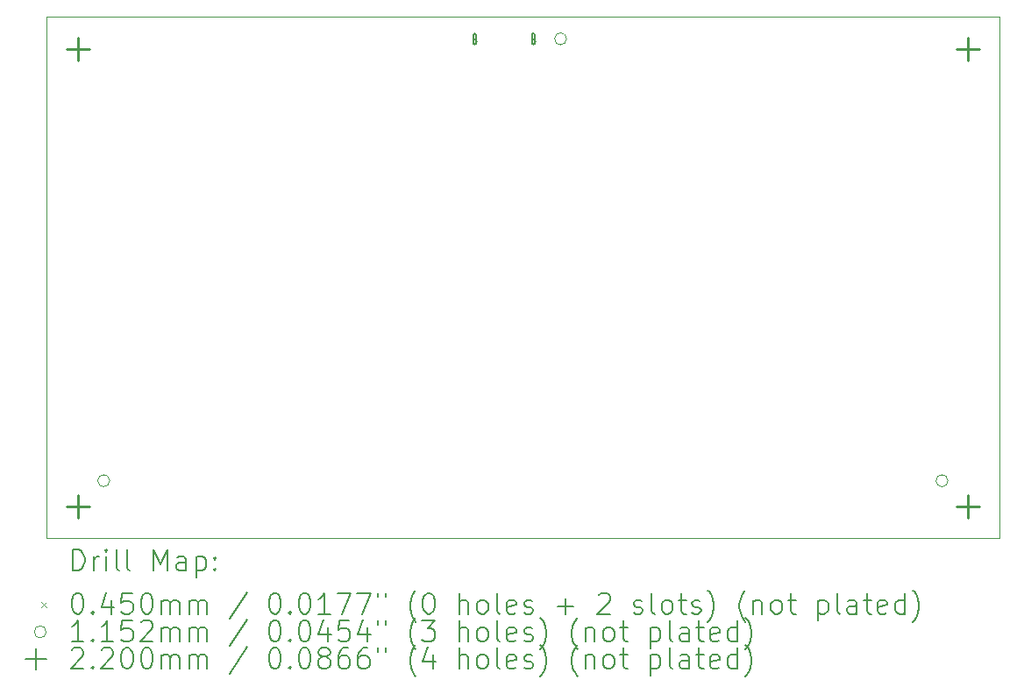
<source format=gbr>
%FSLAX45Y45*%
G04 Gerber Fmt 4.5, Leading zero omitted, Abs format (unit mm)*
G04 Created by KiCad (PCBNEW (6.0.0)) date 2023-11-18 00:08:48*
%MOMM*%
%LPD*%
G01*
G04 APERTURE LIST*
%TA.AperFunction,Profile*%
%ADD10C,0.100000*%
%TD*%
%ADD11C,0.200000*%
%ADD12C,0.045000*%
%ADD13C,0.115200*%
%ADD14C,0.220000*%
G04 APERTURE END LIST*
D10*
X12115800Y-5651500D02*
X21313140Y-5651500D01*
X21313140Y-5651500D02*
X21313140Y-10688320D01*
X21313140Y-10688320D02*
X12115800Y-10688320D01*
X12115800Y-10688320D02*
X12115800Y-5651500D01*
D11*
D12*
X16227860Y-5845220D02*
X16272860Y-5890220D01*
X16272860Y-5845220D02*
X16227860Y-5890220D01*
D11*
X16262860Y-5912720D02*
X16262860Y-5822720D01*
X16237860Y-5912720D02*
X16237860Y-5822720D01*
X16262860Y-5822720D02*
G75*
G03*
X16237860Y-5822720I-12500J0D01*
G01*
X16237860Y-5912720D02*
G75*
G03*
X16262860Y-5912720I12500J0D01*
G01*
D12*
X16792860Y-5845220D02*
X16837860Y-5890220D01*
X16837860Y-5845220D02*
X16792860Y-5890220D01*
D11*
X16827860Y-5912720D02*
X16827860Y-5822720D01*
X16802860Y-5912720D02*
X16802860Y-5822720D01*
X16827860Y-5822720D02*
G75*
G03*
X16802860Y-5822720I-12500J0D01*
G01*
X16802860Y-5912720D02*
G75*
G03*
X16827860Y-5912720I12500J0D01*
G01*
D13*
X12724580Y-10137140D02*
G75*
G03*
X12724580Y-10137140I-57600J0D01*
G01*
X17136560Y-5867400D02*
G75*
G03*
X17136560Y-5867400I-57600J0D01*
G01*
X20819560Y-10137140D02*
G75*
G03*
X20819560Y-10137140I-57600J0D01*
G01*
D14*
X12415520Y-5854174D02*
X12415520Y-6074174D01*
X12305520Y-5964174D02*
X12525520Y-5964174D01*
X12415520Y-10278346D02*
X12415520Y-10498346D01*
X12305520Y-10388346D02*
X12525520Y-10388346D01*
X21013166Y-5854174D02*
X21013166Y-6074174D01*
X20903166Y-5964174D02*
X21123166Y-5964174D01*
X21013166Y-10278346D02*
X21013166Y-10498346D01*
X20903166Y-10388346D02*
X21123166Y-10388346D01*
D11*
X12368419Y-11003796D02*
X12368419Y-10803796D01*
X12416038Y-10803796D01*
X12444609Y-10813320D01*
X12463657Y-10832368D01*
X12473181Y-10851415D01*
X12482705Y-10889510D01*
X12482705Y-10918082D01*
X12473181Y-10956177D01*
X12463657Y-10975225D01*
X12444609Y-10994272D01*
X12416038Y-11003796D01*
X12368419Y-11003796D01*
X12568419Y-11003796D02*
X12568419Y-10870463D01*
X12568419Y-10908558D02*
X12577943Y-10889510D01*
X12587467Y-10879987D01*
X12606514Y-10870463D01*
X12625562Y-10870463D01*
X12692228Y-11003796D02*
X12692228Y-10870463D01*
X12692228Y-10803796D02*
X12682705Y-10813320D01*
X12692228Y-10822844D01*
X12701752Y-10813320D01*
X12692228Y-10803796D01*
X12692228Y-10822844D01*
X12816038Y-11003796D02*
X12796990Y-10994272D01*
X12787467Y-10975225D01*
X12787467Y-10803796D01*
X12920800Y-11003796D02*
X12901752Y-10994272D01*
X12892228Y-10975225D01*
X12892228Y-10803796D01*
X13149371Y-11003796D02*
X13149371Y-10803796D01*
X13216038Y-10946653D01*
X13282705Y-10803796D01*
X13282705Y-11003796D01*
X13463657Y-11003796D02*
X13463657Y-10899034D01*
X13454133Y-10879987D01*
X13435086Y-10870463D01*
X13396990Y-10870463D01*
X13377943Y-10879987D01*
X13463657Y-10994272D02*
X13444609Y-11003796D01*
X13396990Y-11003796D01*
X13377943Y-10994272D01*
X13368419Y-10975225D01*
X13368419Y-10956177D01*
X13377943Y-10937130D01*
X13396990Y-10927606D01*
X13444609Y-10927606D01*
X13463657Y-10918082D01*
X13558895Y-10870463D02*
X13558895Y-11070463D01*
X13558895Y-10879987D02*
X13577943Y-10870463D01*
X13616038Y-10870463D01*
X13635086Y-10879987D01*
X13644609Y-10889510D01*
X13654133Y-10908558D01*
X13654133Y-10965701D01*
X13644609Y-10984749D01*
X13635086Y-10994272D01*
X13616038Y-11003796D01*
X13577943Y-11003796D01*
X13558895Y-10994272D01*
X13739848Y-10984749D02*
X13749371Y-10994272D01*
X13739848Y-11003796D01*
X13730324Y-10994272D01*
X13739848Y-10984749D01*
X13739848Y-11003796D01*
X13739848Y-10879987D02*
X13749371Y-10889510D01*
X13739848Y-10899034D01*
X13730324Y-10889510D01*
X13739848Y-10879987D01*
X13739848Y-10899034D01*
D12*
X12065800Y-11310820D02*
X12110800Y-11355820D01*
X12110800Y-11310820D02*
X12065800Y-11355820D01*
D11*
X12406514Y-11223796D02*
X12425562Y-11223796D01*
X12444609Y-11233320D01*
X12454133Y-11242844D01*
X12463657Y-11261891D01*
X12473181Y-11299987D01*
X12473181Y-11347606D01*
X12463657Y-11385701D01*
X12454133Y-11404748D01*
X12444609Y-11414272D01*
X12425562Y-11423796D01*
X12406514Y-11423796D01*
X12387467Y-11414272D01*
X12377943Y-11404748D01*
X12368419Y-11385701D01*
X12358895Y-11347606D01*
X12358895Y-11299987D01*
X12368419Y-11261891D01*
X12377943Y-11242844D01*
X12387467Y-11233320D01*
X12406514Y-11223796D01*
X12558895Y-11404748D02*
X12568419Y-11414272D01*
X12558895Y-11423796D01*
X12549371Y-11414272D01*
X12558895Y-11404748D01*
X12558895Y-11423796D01*
X12739848Y-11290463D02*
X12739848Y-11423796D01*
X12692228Y-11214272D02*
X12644609Y-11357129D01*
X12768419Y-11357129D01*
X12939848Y-11223796D02*
X12844609Y-11223796D01*
X12835086Y-11319034D01*
X12844609Y-11309510D01*
X12863657Y-11299987D01*
X12911276Y-11299987D01*
X12930324Y-11309510D01*
X12939848Y-11319034D01*
X12949371Y-11338082D01*
X12949371Y-11385701D01*
X12939848Y-11404748D01*
X12930324Y-11414272D01*
X12911276Y-11423796D01*
X12863657Y-11423796D01*
X12844609Y-11414272D01*
X12835086Y-11404748D01*
X13073181Y-11223796D02*
X13092228Y-11223796D01*
X13111276Y-11233320D01*
X13120800Y-11242844D01*
X13130324Y-11261891D01*
X13139848Y-11299987D01*
X13139848Y-11347606D01*
X13130324Y-11385701D01*
X13120800Y-11404748D01*
X13111276Y-11414272D01*
X13092228Y-11423796D01*
X13073181Y-11423796D01*
X13054133Y-11414272D01*
X13044609Y-11404748D01*
X13035086Y-11385701D01*
X13025562Y-11347606D01*
X13025562Y-11299987D01*
X13035086Y-11261891D01*
X13044609Y-11242844D01*
X13054133Y-11233320D01*
X13073181Y-11223796D01*
X13225562Y-11423796D02*
X13225562Y-11290463D01*
X13225562Y-11309510D02*
X13235086Y-11299987D01*
X13254133Y-11290463D01*
X13282705Y-11290463D01*
X13301752Y-11299987D01*
X13311276Y-11319034D01*
X13311276Y-11423796D01*
X13311276Y-11319034D02*
X13320800Y-11299987D01*
X13339848Y-11290463D01*
X13368419Y-11290463D01*
X13387467Y-11299987D01*
X13396990Y-11319034D01*
X13396990Y-11423796D01*
X13492228Y-11423796D02*
X13492228Y-11290463D01*
X13492228Y-11309510D02*
X13501752Y-11299987D01*
X13520800Y-11290463D01*
X13549371Y-11290463D01*
X13568419Y-11299987D01*
X13577943Y-11319034D01*
X13577943Y-11423796D01*
X13577943Y-11319034D02*
X13587467Y-11299987D01*
X13606514Y-11290463D01*
X13635086Y-11290463D01*
X13654133Y-11299987D01*
X13663657Y-11319034D01*
X13663657Y-11423796D01*
X14054133Y-11214272D02*
X13882705Y-11471415D01*
X14311276Y-11223796D02*
X14330324Y-11223796D01*
X14349371Y-11233320D01*
X14358895Y-11242844D01*
X14368419Y-11261891D01*
X14377943Y-11299987D01*
X14377943Y-11347606D01*
X14368419Y-11385701D01*
X14358895Y-11404748D01*
X14349371Y-11414272D01*
X14330324Y-11423796D01*
X14311276Y-11423796D01*
X14292228Y-11414272D01*
X14282705Y-11404748D01*
X14273181Y-11385701D01*
X14263657Y-11347606D01*
X14263657Y-11299987D01*
X14273181Y-11261891D01*
X14282705Y-11242844D01*
X14292228Y-11233320D01*
X14311276Y-11223796D01*
X14463657Y-11404748D02*
X14473181Y-11414272D01*
X14463657Y-11423796D01*
X14454133Y-11414272D01*
X14463657Y-11404748D01*
X14463657Y-11423796D01*
X14596990Y-11223796D02*
X14616038Y-11223796D01*
X14635086Y-11233320D01*
X14644609Y-11242844D01*
X14654133Y-11261891D01*
X14663657Y-11299987D01*
X14663657Y-11347606D01*
X14654133Y-11385701D01*
X14644609Y-11404748D01*
X14635086Y-11414272D01*
X14616038Y-11423796D01*
X14596990Y-11423796D01*
X14577943Y-11414272D01*
X14568419Y-11404748D01*
X14558895Y-11385701D01*
X14549371Y-11347606D01*
X14549371Y-11299987D01*
X14558895Y-11261891D01*
X14568419Y-11242844D01*
X14577943Y-11233320D01*
X14596990Y-11223796D01*
X14854133Y-11423796D02*
X14739848Y-11423796D01*
X14796990Y-11423796D02*
X14796990Y-11223796D01*
X14777943Y-11252368D01*
X14758895Y-11271415D01*
X14739848Y-11280939D01*
X14920800Y-11223796D02*
X15054133Y-11223796D01*
X14968419Y-11423796D01*
X15111276Y-11223796D02*
X15244609Y-11223796D01*
X15158895Y-11423796D01*
X15311276Y-11223796D02*
X15311276Y-11261891D01*
X15387467Y-11223796D02*
X15387467Y-11261891D01*
X15682705Y-11499987D02*
X15673181Y-11490463D01*
X15654133Y-11461891D01*
X15644609Y-11442844D01*
X15635086Y-11414272D01*
X15625562Y-11366653D01*
X15625562Y-11328558D01*
X15635086Y-11280939D01*
X15644609Y-11252368D01*
X15654133Y-11233320D01*
X15673181Y-11204748D01*
X15682705Y-11195225D01*
X15796990Y-11223796D02*
X15816038Y-11223796D01*
X15835086Y-11233320D01*
X15844609Y-11242844D01*
X15854133Y-11261891D01*
X15863657Y-11299987D01*
X15863657Y-11347606D01*
X15854133Y-11385701D01*
X15844609Y-11404748D01*
X15835086Y-11414272D01*
X15816038Y-11423796D01*
X15796990Y-11423796D01*
X15777943Y-11414272D01*
X15768419Y-11404748D01*
X15758895Y-11385701D01*
X15749371Y-11347606D01*
X15749371Y-11299987D01*
X15758895Y-11261891D01*
X15768419Y-11242844D01*
X15777943Y-11233320D01*
X15796990Y-11223796D01*
X16101752Y-11423796D02*
X16101752Y-11223796D01*
X16187467Y-11423796D02*
X16187467Y-11319034D01*
X16177943Y-11299987D01*
X16158895Y-11290463D01*
X16130324Y-11290463D01*
X16111276Y-11299987D01*
X16101752Y-11309510D01*
X16311276Y-11423796D02*
X16292228Y-11414272D01*
X16282705Y-11404748D01*
X16273181Y-11385701D01*
X16273181Y-11328558D01*
X16282705Y-11309510D01*
X16292228Y-11299987D01*
X16311276Y-11290463D01*
X16339848Y-11290463D01*
X16358895Y-11299987D01*
X16368419Y-11309510D01*
X16377943Y-11328558D01*
X16377943Y-11385701D01*
X16368419Y-11404748D01*
X16358895Y-11414272D01*
X16339848Y-11423796D01*
X16311276Y-11423796D01*
X16492228Y-11423796D02*
X16473181Y-11414272D01*
X16463657Y-11395225D01*
X16463657Y-11223796D01*
X16644609Y-11414272D02*
X16625562Y-11423796D01*
X16587467Y-11423796D01*
X16568419Y-11414272D01*
X16558895Y-11395225D01*
X16558895Y-11319034D01*
X16568419Y-11299987D01*
X16587467Y-11290463D01*
X16625562Y-11290463D01*
X16644609Y-11299987D01*
X16654133Y-11319034D01*
X16654133Y-11338082D01*
X16558895Y-11357129D01*
X16730324Y-11414272D02*
X16749371Y-11423796D01*
X16787467Y-11423796D01*
X16806514Y-11414272D01*
X16816038Y-11395225D01*
X16816038Y-11385701D01*
X16806514Y-11366653D01*
X16787467Y-11357129D01*
X16758895Y-11357129D01*
X16739848Y-11347606D01*
X16730324Y-11328558D01*
X16730324Y-11319034D01*
X16739848Y-11299987D01*
X16758895Y-11290463D01*
X16787467Y-11290463D01*
X16806514Y-11299987D01*
X17054133Y-11347606D02*
X17206514Y-11347606D01*
X17130324Y-11423796D02*
X17130324Y-11271415D01*
X17444610Y-11242844D02*
X17454133Y-11233320D01*
X17473181Y-11223796D01*
X17520800Y-11223796D01*
X17539848Y-11233320D01*
X17549371Y-11242844D01*
X17558895Y-11261891D01*
X17558895Y-11280939D01*
X17549371Y-11309510D01*
X17435086Y-11423796D01*
X17558895Y-11423796D01*
X17787467Y-11414272D02*
X17806514Y-11423796D01*
X17844610Y-11423796D01*
X17863657Y-11414272D01*
X17873181Y-11395225D01*
X17873181Y-11385701D01*
X17863657Y-11366653D01*
X17844610Y-11357129D01*
X17816038Y-11357129D01*
X17796990Y-11347606D01*
X17787467Y-11328558D01*
X17787467Y-11319034D01*
X17796990Y-11299987D01*
X17816038Y-11290463D01*
X17844610Y-11290463D01*
X17863657Y-11299987D01*
X17987467Y-11423796D02*
X17968419Y-11414272D01*
X17958895Y-11395225D01*
X17958895Y-11223796D01*
X18092229Y-11423796D02*
X18073181Y-11414272D01*
X18063657Y-11404748D01*
X18054133Y-11385701D01*
X18054133Y-11328558D01*
X18063657Y-11309510D01*
X18073181Y-11299987D01*
X18092229Y-11290463D01*
X18120800Y-11290463D01*
X18139848Y-11299987D01*
X18149371Y-11309510D01*
X18158895Y-11328558D01*
X18158895Y-11385701D01*
X18149371Y-11404748D01*
X18139848Y-11414272D01*
X18120800Y-11423796D01*
X18092229Y-11423796D01*
X18216038Y-11290463D02*
X18292229Y-11290463D01*
X18244610Y-11223796D02*
X18244610Y-11395225D01*
X18254133Y-11414272D01*
X18273181Y-11423796D01*
X18292229Y-11423796D01*
X18349371Y-11414272D02*
X18368419Y-11423796D01*
X18406514Y-11423796D01*
X18425562Y-11414272D01*
X18435086Y-11395225D01*
X18435086Y-11385701D01*
X18425562Y-11366653D01*
X18406514Y-11357129D01*
X18377943Y-11357129D01*
X18358895Y-11347606D01*
X18349371Y-11328558D01*
X18349371Y-11319034D01*
X18358895Y-11299987D01*
X18377943Y-11290463D01*
X18406514Y-11290463D01*
X18425562Y-11299987D01*
X18501752Y-11499987D02*
X18511276Y-11490463D01*
X18530324Y-11461891D01*
X18539848Y-11442844D01*
X18549371Y-11414272D01*
X18558895Y-11366653D01*
X18558895Y-11328558D01*
X18549371Y-11280939D01*
X18539848Y-11252368D01*
X18530324Y-11233320D01*
X18511276Y-11204748D01*
X18501752Y-11195225D01*
X18863657Y-11499987D02*
X18854133Y-11490463D01*
X18835086Y-11461891D01*
X18825562Y-11442844D01*
X18816038Y-11414272D01*
X18806514Y-11366653D01*
X18806514Y-11328558D01*
X18816038Y-11280939D01*
X18825562Y-11252368D01*
X18835086Y-11233320D01*
X18854133Y-11204748D01*
X18863657Y-11195225D01*
X18939848Y-11290463D02*
X18939848Y-11423796D01*
X18939848Y-11309510D02*
X18949371Y-11299987D01*
X18968419Y-11290463D01*
X18996990Y-11290463D01*
X19016038Y-11299987D01*
X19025562Y-11319034D01*
X19025562Y-11423796D01*
X19149371Y-11423796D02*
X19130324Y-11414272D01*
X19120800Y-11404748D01*
X19111276Y-11385701D01*
X19111276Y-11328558D01*
X19120800Y-11309510D01*
X19130324Y-11299987D01*
X19149371Y-11290463D01*
X19177943Y-11290463D01*
X19196990Y-11299987D01*
X19206514Y-11309510D01*
X19216038Y-11328558D01*
X19216038Y-11385701D01*
X19206514Y-11404748D01*
X19196990Y-11414272D01*
X19177943Y-11423796D01*
X19149371Y-11423796D01*
X19273181Y-11290463D02*
X19349371Y-11290463D01*
X19301752Y-11223796D02*
X19301752Y-11395225D01*
X19311276Y-11414272D01*
X19330324Y-11423796D01*
X19349371Y-11423796D01*
X19568419Y-11290463D02*
X19568419Y-11490463D01*
X19568419Y-11299987D02*
X19587467Y-11290463D01*
X19625562Y-11290463D01*
X19644610Y-11299987D01*
X19654133Y-11309510D01*
X19663657Y-11328558D01*
X19663657Y-11385701D01*
X19654133Y-11404748D01*
X19644610Y-11414272D01*
X19625562Y-11423796D01*
X19587467Y-11423796D01*
X19568419Y-11414272D01*
X19777943Y-11423796D02*
X19758895Y-11414272D01*
X19749371Y-11395225D01*
X19749371Y-11223796D01*
X19939848Y-11423796D02*
X19939848Y-11319034D01*
X19930324Y-11299987D01*
X19911276Y-11290463D01*
X19873181Y-11290463D01*
X19854133Y-11299987D01*
X19939848Y-11414272D02*
X19920800Y-11423796D01*
X19873181Y-11423796D01*
X19854133Y-11414272D01*
X19844610Y-11395225D01*
X19844610Y-11376177D01*
X19854133Y-11357129D01*
X19873181Y-11347606D01*
X19920800Y-11347606D01*
X19939848Y-11338082D01*
X20006514Y-11290463D02*
X20082705Y-11290463D01*
X20035086Y-11223796D02*
X20035086Y-11395225D01*
X20044610Y-11414272D01*
X20063657Y-11423796D01*
X20082705Y-11423796D01*
X20225562Y-11414272D02*
X20206514Y-11423796D01*
X20168419Y-11423796D01*
X20149371Y-11414272D01*
X20139848Y-11395225D01*
X20139848Y-11319034D01*
X20149371Y-11299987D01*
X20168419Y-11290463D01*
X20206514Y-11290463D01*
X20225562Y-11299987D01*
X20235086Y-11319034D01*
X20235086Y-11338082D01*
X20139848Y-11357129D01*
X20406514Y-11423796D02*
X20406514Y-11223796D01*
X20406514Y-11414272D02*
X20387467Y-11423796D01*
X20349371Y-11423796D01*
X20330324Y-11414272D01*
X20320800Y-11404748D01*
X20311276Y-11385701D01*
X20311276Y-11328558D01*
X20320800Y-11309510D01*
X20330324Y-11299987D01*
X20349371Y-11290463D01*
X20387467Y-11290463D01*
X20406514Y-11299987D01*
X20482705Y-11499987D02*
X20492229Y-11490463D01*
X20511276Y-11461891D01*
X20520800Y-11442844D01*
X20530324Y-11414272D01*
X20539848Y-11366653D01*
X20539848Y-11328558D01*
X20530324Y-11280939D01*
X20520800Y-11252368D01*
X20511276Y-11233320D01*
X20492229Y-11204748D01*
X20482705Y-11195225D01*
D13*
X12110800Y-11597320D02*
G75*
G03*
X12110800Y-11597320I-57600J0D01*
G01*
D11*
X12473181Y-11687796D02*
X12358895Y-11687796D01*
X12416038Y-11687796D02*
X12416038Y-11487796D01*
X12396990Y-11516368D01*
X12377943Y-11535415D01*
X12358895Y-11544939D01*
X12558895Y-11668748D02*
X12568419Y-11678272D01*
X12558895Y-11687796D01*
X12549371Y-11678272D01*
X12558895Y-11668748D01*
X12558895Y-11687796D01*
X12758895Y-11687796D02*
X12644609Y-11687796D01*
X12701752Y-11687796D02*
X12701752Y-11487796D01*
X12682705Y-11516368D01*
X12663657Y-11535415D01*
X12644609Y-11544939D01*
X12939848Y-11487796D02*
X12844609Y-11487796D01*
X12835086Y-11583034D01*
X12844609Y-11573510D01*
X12863657Y-11563987D01*
X12911276Y-11563987D01*
X12930324Y-11573510D01*
X12939848Y-11583034D01*
X12949371Y-11602082D01*
X12949371Y-11649701D01*
X12939848Y-11668748D01*
X12930324Y-11678272D01*
X12911276Y-11687796D01*
X12863657Y-11687796D01*
X12844609Y-11678272D01*
X12835086Y-11668748D01*
X13025562Y-11506844D02*
X13035086Y-11497320D01*
X13054133Y-11487796D01*
X13101752Y-11487796D01*
X13120800Y-11497320D01*
X13130324Y-11506844D01*
X13139848Y-11525891D01*
X13139848Y-11544939D01*
X13130324Y-11573510D01*
X13016038Y-11687796D01*
X13139848Y-11687796D01*
X13225562Y-11687796D02*
X13225562Y-11554463D01*
X13225562Y-11573510D02*
X13235086Y-11563987D01*
X13254133Y-11554463D01*
X13282705Y-11554463D01*
X13301752Y-11563987D01*
X13311276Y-11583034D01*
X13311276Y-11687796D01*
X13311276Y-11583034D02*
X13320800Y-11563987D01*
X13339848Y-11554463D01*
X13368419Y-11554463D01*
X13387467Y-11563987D01*
X13396990Y-11583034D01*
X13396990Y-11687796D01*
X13492228Y-11687796D02*
X13492228Y-11554463D01*
X13492228Y-11573510D02*
X13501752Y-11563987D01*
X13520800Y-11554463D01*
X13549371Y-11554463D01*
X13568419Y-11563987D01*
X13577943Y-11583034D01*
X13577943Y-11687796D01*
X13577943Y-11583034D02*
X13587467Y-11563987D01*
X13606514Y-11554463D01*
X13635086Y-11554463D01*
X13654133Y-11563987D01*
X13663657Y-11583034D01*
X13663657Y-11687796D01*
X14054133Y-11478272D02*
X13882705Y-11735415D01*
X14311276Y-11487796D02*
X14330324Y-11487796D01*
X14349371Y-11497320D01*
X14358895Y-11506844D01*
X14368419Y-11525891D01*
X14377943Y-11563987D01*
X14377943Y-11611606D01*
X14368419Y-11649701D01*
X14358895Y-11668748D01*
X14349371Y-11678272D01*
X14330324Y-11687796D01*
X14311276Y-11687796D01*
X14292228Y-11678272D01*
X14282705Y-11668748D01*
X14273181Y-11649701D01*
X14263657Y-11611606D01*
X14263657Y-11563987D01*
X14273181Y-11525891D01*
X14282705Y-11506844D01*
X14292228Y-11497320D01*
X14311276Y-11487796D01*
X14463657Y-11668748D02*
X14473181Y-11678272D01*
X14463657Y-11687796D01*
X14454133Y-11678272D01*
X14463657Y-11668748D01*
X14463657Y-11687796D01*
X14596990Y-11487796D02*
X14616038Y-11487796D01*
X14635086Y-11497320D01*
X14644609Y-11506844D01*
X14654133Y-11525891D01*
X14663657Y-11563987D01*
X14663657Y-11611606D01*
X14654133Y-11649701D01*
X14644609Y-11668748D01*
X14635086Y-11678272D01*
X14616038Y-11687796D01*
X14596990Y-11687796D01*
X14577943Y-11678272D01*
X14568419Y-11668748D01*
X14558895Y-11649701D01*
X14549371Y-11611606D01*
X14549371Y-11563987D01*
X14558895Y-11525891D01*
X14568419Y-11506844D01*
X14577943Y-11497320D01*
X14596990Y-11487796D01*
X14835086Y-11554463D02*
X14835086Y-11687796D01*
X14787467Y-11478272D02*
X14739848Y-11621129D01*
X14863657Y-11621129D01*
X15035086Y-11487796D02*
X14939848Y-11487796D01*
X14930324Y-11583034D01*
X14939848Y-11573510D01*
X14958895Y-11563987D01*
X15006514Y-11563987D01*
X15025562Y-11573510D01*
X15035086Y-11583034D01*
X15044609Y-11602082D01*
X15044609Y-11649701D01*
X15035086Y-11668748D01*
X15025562Y-11678272D01*
X15006514Y-11687796D01*
X14958895Y-11687796D01*
X14939848Y-11678272D01*
X14930324Y-11668748D01*
X15216038Y-11554463D02*
X15216038Y-11687796D01*
X15168419Y-11478272D02*
X15120800Y-11621129D01*
X15244609Y-11621129D01*
X15311276Y-11487796D02*
X15311276Y-11525891D01*
X15387467Y-11487796D02*
X15387467Y-11525891D01*
X15682705Y-11763987D02*
X15673181Y-11754463D01*
X15654133Y-11725891D01*
X15644609Y-11706844D01*
X15635086Y-11678272D01*
X15625562Y-11630653D01*
X15625562Y-11592558D01*
X15635086Y-11544939D01*
X15644609Y-11516368D01*
X15654133Y-11497320D01*
X15673181Y-11468748D01*
X15682705Y-11459225D01*
X15739848Y-11487796D02*
X15863657Y-11487796D01*
X15796990Y-11563987D01*
X15825562Y-11563987D01*
X15844609Y-11573510D01*
X15854133Y-11583034D01*
X15863657Y-11602082D01*
X15863657Y-11649701D01*
X15854133Y-11668748D01*
X15844609Y-11678272D01*
X15825562Y-11687796D01*
X15768419Y-11687796D01*
X15749371Y-11678272D01*
X15739848Y-11668748D01*
X16101752Y-11687796D02*
X16101752Y-11487796D01*
X16187467Y-11687796D02*
X16187467Y-11583034D01*
X16177943Y-11563987D01*
X16158895Y-11554463D01*
X16130324Y-11554463D01*
X16111276Y-11563987D01*
X16101752Y-11573510D01*
X16311276Y-11687796D02*
X16292228Y-11678272D01*
X16282705Y-11668748D01*
X16273181Y-11649701D01*
X16273181Y-11592558D01*
X16282705Y-11573510D01*
X16292228Y-11563987D01*
X16311276Y-11554463D01*
X16339848Y-11554463D01*
X16358895Y-11563987D01*
X16368419Y-11573510D01*
X16377943Y-11592558D01*
X16377943Y-11649701D01*
X16368419Y-11668748D01*
X16358895Y-11678272D01*
X16339848Y-11687796D01*
X16311276Y-11687796D01*
X16492228Y-11687796D02*
X16473181Y-11678272D01*
X16463657Y-11659225D01*
X16463657Y-11487796D01*
X16644609Y-11678272D02*
X16625562Y-11687796D01*
X16587467Y-11687796D01*
X16568419Y-11678272D01*
X16558895Y-11659225D01*
X16558895Y-11583034D01*
X16568419Y-11563987D01*
X16587467Y-11554463D01*
X16625562Y-11554463D01*
X16644609Y-11563987D01*
X16654133Y-11583034D01*
X16654133Y-11602082D01*
X16558895Y-11621129D01*
X16730324Y-11678272D02*
X16749371Y-11687796D01*
X16787467Y-11687796D01*
X16806514Y-11678272D01*
X16816038Y-11659225D01*
X16816038Y-11649701D01*
X16806514Y-11630653D01*
X16787467Y-11621129D01*
X16758895Y-11621129D01*
X16739848Y-11611606D01*
X16730324Y-11592558D01*
X16730324Y-11583034D01*
X16739848Y-11563987D01*
X16758895Y-11554463D01*
X16787467Y-11554463D01*
X16806514Y-11563987D01*
X16882705Y-11763987D02*
X16892229Y-11754463D01*
X16911276Y-11725891D01*
X16920800Y-11706844D01*
X16930324Y-11678272D01*
X16939848Y-11630653D01*
X16939848Y-11592558D01*
X16930324Y-11544939D01*
X16920800Y-11516368D01*
X16911276Y-11497320D01*
X16892229Y-11468748D01*
X16882705Y-11459225D01*
X17244610Y-11763987D02*
X17235086Y-11754463D01*
X17216038Y-11725891D01*
X17206514Y-11706844D01*
X17196990Y-11678272D01*
X17187467Y-11630653D01*
X17187467Y-11592558D01*
X17196990Y-11544939D01*
X17206514Y-11516368D01*
X17216038Y-11497320D01*
X17235086Y-11468748D01*
X17244610Y-11459225D01*
X17320800Y-11554463D02*
X17320800Y-11687796D01*
X17320800Y-11573510D02*
X17330324Y-11563987D01*
X17349371Y-11554463D01*
X17377943Y-11554463D01*
X17396990Y-11563987D01*
X17406514Y-11583034D01*
X17406514Y-11687796D01*
X17530324Y-11687796D02*
X17511276Y-11678272D01*
X17501752Y-11668748D01*
X17492229Y-11649701D01*
X17492229Y-11592558D01*
X17501752Y-11573510D01*
X17511276Y-11563987D01*
X17530324Y-11554463D01*
X17558895Y-11554463D01*
X17577943Y-11563987D01*
X17587467Y-11573510D01*
X17596990Y-11592558D01*
X17596990Y-11649701D01*
X17587467Y-11668748D01*
X17577943Y-11678272D01*
X17558895Y-11687796D01*
X17530324Y-11687796D01*
X17654133Y-11554463D02*
X17730324Y-11554463D01*
X17682705Y-11487796D02*
X17682705Y-11659225D01*
X17692229Y-11678272D01*
X17711276Y-11687796D01*
X17730324Y-11687796D01*
X17949371Y-11554463D02*
X17949371Y-11754463D01*
X17949371Y-11563987D02*
X17968419Y-11554463D01*
X18006514Y-11554463D01*
X18025562Y-11563987D01*
X18035086Y-11573510D01*
X18044610Y-11592558D01*
X18044610Y-11649701D01*
X18035086Y-11668748D01*
X18025562Y-11678272D01*
X18006514Y-11687796D01*
X17968419Y-11687796D01*
X17949371Y-11678272D01*
X18158895Y-11687796D02*
X18139848Y-11678272D01*
X18130324Y-11659225D01*
X18130324Y-11487796D01*
X18320800Y-11687796D02*
X18320800Y-11583034D01*
X18311276Y-11563987D01*
X18292229Y-11554463D01*
X18254133Y-11554463D01*
X18235086Y-11563987D01*
X18320800Y-11678272D02*
X18301752Y-11687796D01*
X18254133Y-11687796D01*
X18235086Y-11678272D01*
X18225562Y-11659225D01*
X18225562Y-11640177D01*
X18235086Y-11621129D01*
X18254133Y-11611606D01*
X18301752Y-11611606D01*
X18320800Y-11602082D01*
X18387467Y-11554463D02*
X18463657Y-11554463D01*
X18416038Y-11487796D02*
X18416038Y-11659225D01*
X18425562Y-11678272D01*
X18444610Y-11687796D01*
X18463657Y-11687796D01*
X18606514Y-11678272D02*
X18587467Y-11687796D01*
X18549371Y-11687796D01*
X18530324Y-11678272D01*
X18520800Y-11659225D01*
X18520800Y-11583034D01*
X18530324Y-11563987D01*
X18549371Y-11554463D01*
X18587467Y-11554463D01*
X18606514Y-11563987D01*
X18616038Y-11583034D01*
X18616038Y-11602082D01*
X18520800Y-11621129D01*
X18787467Y-11687796D02*
X18787467Y-11487796D01*
X18787467Y-11678272D02*
X18768419Y-11687796D01*
X18730324Y-11687796D01*
X18711276Y-11678272D01*
X18701752Y-11668748D01*
X18692229Y-11649701D01*
X18692229Y-11592558D01*
X18701752Y-11573510D01*
X18711276Y-11563987D01*
X18730324Y-11554463D01*
X18768419Y-11554463D01*
X18787467Y-11563987D01*
X18863657Y-11763987D02*
X18873181Y-11754463D01*
X18892229Y-11725891D01*
X18901752Y-11706844D01*
X18911276Y-11678272D01*
X18920800Y-11630653D01*
X18920800Y-11592558D01*
X18911276Y-11544939D01*
X18901752Y-11516368D01*
X18892229Y-11497320D01*
X18873181Y-11468748D01*
X18863657Y-11459225D01*
X12010800Y-11761320D02*
X12010800Y-11961320D01*
X11910800Y-11861320D02*
X12110800Y-11861320D01*
X12358895Y-11770844D02*
X12368419Y-11761320D01*
X12387467Y-11751796D01*
X12435086Y-11751796D01*
X12454133Y-11761320D01*
X12463657Y-11770844D01*
X12473181Y-11789891D01*
X12473181Y-11808939D01*
X12463657Y-11837510D01*
X12349371Y-11951796D01*
X12473181Y-11951796D01*
X12558895Y-11932748D02*
X12568419Y-11942272D01*
X12558895Y-11951796D01*
X12549371Y-11942272D01*
X12558895Y-11932748D01*
X12558895Y-11951796D01*
X12644609Y-11770844D02*
X12654133Y-11761320D01*
X12673181Y-11751796D01*
X12720800Y-11751796D01*
X12739848Y-11761320D01*
X12749371Y-11770844D01*
X12758895Y-11789891D01*
X12758895Y-11808939D01*
X12749371Y-11837510D01*
X12635086Y-11951796D01*
X12758895Y-11951796D01*
X12882705Y-11751796D02*
X12901752Y-11751796D01*
X12920800Y-11761320D01*
X12930324Y-11770844D01*
X12939848Y-11789891D01*
X12949371Y-11827987D01*
X12949371Y-11875606D01*
X12939848Y-11913701D01*
X12930324Y-11932748D01*
X12920800Y-11942272D01*
X12901752Y-11951796D01*
X12882705Y-11951796D01*
X12863657Y-11942272D01*
X12854133Y-11932748D01*
X12844609Y-11913701D01*
X12835086Y-11875606D01*
X12835086Y-11827987D01*
X12844609Y-11789891D01*
X12854133Y-11770844D01*
X12863657Y-11761320D01*
X12882705Y-11751796D01*
X13073181Y-11751796D02*
X13092228Y-11751796D01*
X13111276Y-11761320D01*
X13120800Y-11770844D01*
X13130324Y-11789891D01*
X13139848Y-11827987D01*
X13139848Y-11875606D01*
X13130324Y-11913701D01*
X13120800Y-11932748D01*
X13111276Y-11942272D01*
X13092228Y-11951796D01*
X13073181Y-11951796D01*
X13054133Y-11942272D01*
X13044609Y-11932748D01*
X13035086Y-11913701D01*
X13025562Y-11875606D01*
X13025562Y-11827987D01*
X13035086Y-11789891D01*
X13044609Y-11770844D01*
X13054133Y-11761320D01*
X13073181Y-11751796D01*
X13225562Y-11951796D02*
X13225562Y-11818463D01*
X13225562Y-11837510D02*
X13235086Y-11827987D01*
X13254133Y-11818463D01*
X13282705Y-11818463D01*
X13301752Y-11827987D01*
X13311276Y-11847034D01*
X13311276Y-11951796D01*
X13311276Y-11847034D02*
X13320800Y-11827987D01*
X13339848Y-11818463D01*
X13368419Y-11818463D01*
X13387467Y-11827987D01*
X13396990Y-11847034D01*
X13396990Y-11951796D01*
X13492228Y-11951796D02*
X13492228Y-11818463D01*
X13492228Y-11837510D02*
X13501752Y-11827987D01*
X13520800Y-11818463D01*
X13549371Y-11818463D01*
X13568419Y-11827987D01*
X13577943Y-11847034D01*
X13577943Y-11951796D01*
X13577943Y-11847034D02*
X13587467Y-11827987D01*
X13606514Y-11818463D01*
X13635086Y-11818463D01*
X13654133Y-11827987D01*
X13663657Y-11847034D01*
X13663657Y-11951796D01*
X14054133Y-11742272D02*
X13882705Y-11999415D01*
X14311276Y-11751796D02*
X14330324Y-11751796D01*
X14349371Y-11761320D01*
X14358895Y-11770844D01*
X14368419Y-11789891D01*
X14377943Y-11827987D01*
X14377943Y-11875606D01*
X14368419Y-11913701D01*
X14358895Y-11932748D01*
X14349371Y-11942272D01*
X14330324Y-11951796D01*
X14311276Y-11951796D01*
X14292228Y-11942272D01*
X14282705Y-11932748D01*
X14273181Y-11913701D01*
X14263657Y-11875606D01*
X14263657Y-11827987D01*
X14273181Y-11789891D01*
X14282705Y-11770844D01*
X14292228Y-11761320D01*
X14311276Y-11751796D01*
X14463657Y-11932748D02*
X14473181Y-11942272D01*
X14463657Y-11951796D01*
X14454133Y-11942272D01*
X14463657Y-11932748D01*
X14463657Y-11951796D01*
X14596990Y-11751796D02*
X14616038Y-11751796D01*
X14635086Y-11761320D01*
X14644609Y-11770844D01*
X14654133Y-11789891D01*
X14663657Y-11827987D01*
X14663657Y-11875606D01*
X14654133Y-11913701D01*
X14644609Y-11932748D01*
X14635086Y-11942272D01*
X14616038Y-11951796D01*
X14596990Y-11951796D01*
X14577943Y-11942272D01*
X14568419Y-11932748D01*
X14558895Y-11913701D01*
X14549371Y-11875606D01*
X14549371Y-11827987D01*
X14558895Y-11789891D01*
X14568419Y-11770844D01*
X14577943Y-11761320D01*
X14596990Y-11751796D01*
X14777943Y-11837510D02*
X14758895Y-11827987D01*
X14749371Y-11818463D01*
X14739848Y-11799415D01*
X14739848Y-11789891D01*
X14749371Y-11770844D01*
X14758895Y-11761320D01*
X14777943Y-11751796D01*
X14816038Y-11751796D01*
X14835086Y-11761320D01*
X14844609Y-11770844D01*
X14854133Y-11789891D01*
X14854133Y-11799415D01*
X14844609Y-11818463D01*
X14835086Y-11827987D01*
X14816038Y-11837510D01*
X14777943Y-11837510D01*
X14758895Y-11847034D01*
X14749371Y-11856558D01*
X14739848Y-11875606D01*
X14739848Y-11913701D01*
X14749371Y-11932748D01*
X14758895Y-11942272D01*
X14777943Y-11951796D01*
X14816038Y-11951796D01*
X14835086Y-11942272D01*
X14844609Y-11932748D01*
X14854133Y-11913701D01*
X14854133Y-11875606D01*
X14844609Y-11856558D01*
X14835086Y-11847034D01*
X14816038Y-11837510D01*
X15025562Y-11751796D02*
X14987467Y-11751796D01*
X14968419Y-11761320D01*
X14958895Y-11770844D01*
X14939848Y-11799415D01*
X14930324Y-11837510D01*
X14930324Y-11913701D01*
X14939848Y-11932748D01*
X14949371Y-11942272D01*
X14968419Y-11951796D01*
X15006514Y-11951796D01*
X15025562Y-11942272D01*
X15035086Y-11932748D01*
X15044609Y-11913701D01*
X15044609Y-11866082D01*
X15035086Y-11847034D01*
X15025562Y-11837510D01*
X15006514Y-11827987D01*
X14968419Y-11827987D01*
X14949371Y-11837510D01*
X14939848Y-11847034D01*
X14930324Y-11866082D01*
X15216038Y-11751796D02*
X15177943Y-11751796D01*
X15158895Y-11761320D01*
X15149371Y-11770844D01*
X15130324Y-11799415D01*
X15120800Y-11837510D01*
X15120800Y-11913701D01*
X15130324Y-11932748D01*
X15139848Y-11942272D01*
X15158895Y-11951796D01*
X15196990Y-11951796D01*
X15216038Y-11942272D01*
X15225562Y-11932748D01*
X15235086Y-11913701D01*
X15235086Y-11866082D01*
X15225562Y-11847034D01*
X15216038Y-11837510D01*
X15196990Y-11827987D01*
X15158895Y-11827987D01*
X15139848Y-11837510D01*
X15130324Y-11847034D01*
X15120800Y-11866082D01*
X15311276Y-11751796D02*
X15311276Y-11789891D01*
X15387467Y-11751796D02*
X15387467Y-11789891D01*
X15682705Y-12027987D02*
X15673181Y-12018463D01*
X15654133Y-11989891D01*
X15644609Y-11970844D01*
X15635086Y-11942272D01*
X15625562Y-11894653D01*
X15625562Y-11856558D01*
X15635086Y-11808939D01*
X15644609Y-11780368D01*
X15654133Y-11761320D01*
X15673181Y-11732748D01*
X15682705Y-11723225D01*
X15844609Y-11818463D02*
X15844609Y-11951796D01*
X15796990Y-11742272D02*
X15749371Y-11885129D01*
X15873181Y-11885129D01*
X16101752Y-11951796D02*
X16101752Y-11751796D01*
X16187467Y-11951796D02*
X16187467Y-11847034D01*
X16177943Y-11827987D01*
X16158895Y-11818463D01*
X16130324Y-11818463D01*
X16111276Y-11827987D01*
X16101752Y-11837510D01*
X16311276Y-11951796D02*
X16292228Y-11942272D01*
X16282705Y-11932748D01*
X16273181Y-11913701D01*
X16273181Y-11856558D01*
X16282705Y-11837510D01*
X16292228Y-11827987D01*
X16311276Y-11818463D01*
X16339848Y-11818463D01*
X16358895Y-11827987D01*
X16368419Y-11837510D01*
X16377943Y-11856558D01*
X16377943Y-11913701D01*
X16368419Y-11932748D01*
X16358895Y-11942272D01*
X16339848Y-11951796D01*
X16311276Y-11951796D01*
X16492228Y-11951796D02*
X16473181Y-11942272D01*
X16463657Y-11923225D01*
X16463657Y-11751796D01*
X16644609Y-11942272D02*
X16625562Y-11951796D01*
X16587467Y-11951796D01*
X16568419Y-11942272D01*
X16558895Y-11923225D01*
X16558895Y-11847034D01*
X16568419Y-11827987D01*
X16587467Y-11818463D01*
X16625562Y-11818463D01*
X16644609Y-11827987D01*
X16654133Y-11847034D01*
X16654133Y-11866082D01*
X16558895Y-11885129D01*
X16730324Y-11942272D02*
X16749371Y-11951796D01*
X16787467Y-11951796D01*
X16806514Y-11942272D01*
X16816038Y-11923225D01*
X16816038Y-11913701D01*
X16806514Y-11894653D01*
X16787467Y-11885129D01*
X16758895Y-11885129D01*
X16739848Y-11875606D01*
X16730324Y-11856558D01*
X16730324Y-11847034D01*
X16739848Y-11827987D01*
X16758895Y-11818463D01*
X16787467Y-11818463D01*
X16806514Y-11827987D01*
X16882705Y-12027987D02*
X16892229Y-12018463D01*
X16911276Y-11989891D01*
X16920800Y-11970844D01*
X16930324Y-11942272D01*
X16939848Y-11894653D01*
X16939848Y-11856558D01*
X16930324Y-11808939D01*
X16920800Y-11780368D01*
X16911276Y-11761320D01*
X16892229Y-11732748D01*
X16882705Y-11723225D01*
X17244610Y-12027987D02*
X17235086Y-12018463D01*
X17216038Y-11989891D01*
X17206514Y-11970844D01*
X17196990Y-11942272D01*
X17187467Y-11894653D01*
X17187467Y-11856558D01*
X17196990Y-11808939D01*
X17206514Y-11780368D01*
X17216038Y-11761320D01*
X17235086Y-11732748D01*
X17244610Y-11723225D01*
X17320800Y-11818463D02*
X17320800Y-11951796D01*
X17320800Y-11837510D02*
X17330324Y-11827987D01*
X17349371Y-11818463D01*
X17377943Y-11818463D01*
X17396990Y-11827987D01*
X17406514Y-11847034D01*
X17406514Y-11951796D01*
X17530324Y-11951796D02*
X17511276Y-11942272D01*
X17501752Y-11932748D01*
X17492229Y-11913701D01*
X17492229Y-11856558D01*
X17501752Y-11837510D01*
X17511276Y-11827987D01*
X17530324Y-11818463D01*
X17558895Y-11818463D01*
X17577943Y-11827987D01*
X17587467Y-11837510D01*
X17596990Y-11856558D01*
X17596990Y-11913701D01*
X17587467Y-11932748D01*
X17577943Y-11942272D01*
X17558895Y-11951796D01*
X17530324Y-11951796D01*
X17654133Y-11818463D02*
X17730324Y-11818463D01*
X17682705Y-11751796D02*
X17682705Y-11923225D01*
X17692229Y-11942272D01*
X17711276Y-11951796D01*
X17730324Y-11951796D01*
X17949371Y-11818463D02*
X17949371Y-12018463D01*
X17949371Y-11827987D02*
X17968419Y-11818463D01*
X18006514Y-11818463D01*
X18025562Y-11827987D01*
X18035086Y-11837510D01*
X18044610Y-11856558D01*
X18044610Y-11913701D01*
X18035086Y-11932748D01*
X18025562Y-11942272D01*
X18006514Y-11951796D01*
X17968419Y-11951796D01*
X17949371Y-11942272D01*
X18158895Y-11951796D02*
X18139848Y-11942272D01*
X18130324Y-11923225D01*
X18130324Y-11751796D01*
X18320800Y-11951796D02*
X18320800Y-11847034D01*
X18311276Y-11827987D01*
X18292229Y-11818463D01*
X18254133Y-11818463D01*
X18235086Y-11827987D01*
X18320800Y-11942272D02*
X18301752Y-11951796D01*
X18254133Y-11951796D01*
X18235086Y-11942272D01*
X18225562Y-11923225D01*
X18225562Y-11904177D01*
X18235086Y-11885129D01*
X18254133Y-11875606D01*
X18301752Y-11875606D01*
X18320800Y-11866082D01*
X18387467Y-11818463D02*
X18463657Y-11818463D01*
X18416038Y-11751796D02*
X18416038Y-11923225D01*
X18425562Y-11942272D01*
X18444610Y-11951796D01*
X18463657Y-11951796D01*
X18606514Y-11942272D02*
X18587467Y-11951796D01*
X18549371Y-11951796D01*
X18530324Y-11942272D01*
X18520800Y-11923225D01*
X18520800Y-11847034D01*
X18530324Y-11827987D01*
X18549371Y-11818463D01*
X18587467Y-11818463D01*
X18606514Y-11827987D01*
X18616038Y-11847034D01*
X18616038Y-11866082D01*
X18520800Y-11885129D01*
X18787467Y-11951796D02*
X18787467Y-11751796D01*
X18787467Y-11942272D02*
X18768419Y-11951796D01*
X18730324Y-11951796D01*
X18711276Y-11942272D01*
X18701752Y-11932748D01*
X18692229Y-11913701D01*
X18692229Y-11856558D01*
X18701752Y-11837510D01*
X18711276Y-11827987D01*
X18730324Y-11818463D01*
X18768419Y-11818463D01*
X18787467Y-11827987D01*
X18863657Y-12027987D02*
X18873181Y-12018463D01*
X18892229Y-11989891D01*
X18901752Y-11970844D01*
X18911276Y-11942272D01*
X18920800Y-11894653D01*
X18920800Y-11856558D01*
X18911276Y-11808939D01*
X18901752Y-11780368D01*
X18892229Y-11761320D01*
X18873181Y-11732748D01*
X18863657Y-11723225D01*
M02*

</source>
